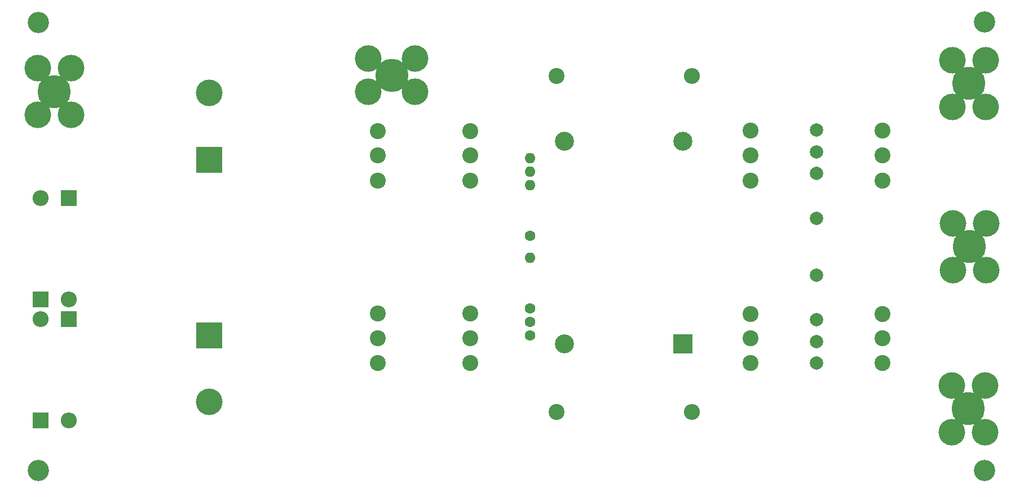
<source format=gbr>
%TF.GenerationSoftware,KiCad,Pcbnew,(6.0.0)*%
%TF.CreationDate,2022-08-03T23:01:30+01:00*%
%TF.ProjectId,EMI-DC BLOCKR FILTER,454d492d-4443-4204-924c-4f434b522046,rev?*%
%TF.SameCoordinates,Original*%
%TF.FileFunction,Soldermask,Top*%
%TF.FilePolarity,Negative*%
%FSLAX46Y46*%
G04 Gerber Fmt 4.6, Leading zero omitted, Abs format (unit mm)*
G04 Created by KiCad (PCBNEW (6.0.0)) date 2022-08-03 23:01:30*
%MOMM*%
%LPD*%
G01*
G04 APERTURE LIST*
%ADD10C,2.400000*%
%ADD11R,2.400000X2.400000*%
%ADD12O,2.400000X2.400000*%
%ADD13C,3.200000*%
%ADD14C,5.000000*%
%ADD15C,4.000000*%
%ADD16C,2.000000*%
%ADD17O,1.600000X1.600000*%
%ADD18R,4.000000X4.000000*%
%ADD19C,1.600000*%
%ADD20C,2.857500*%
%ADD21R,2.857500X2.857500*%
G04 APERTURE END LIST*
D10*
%TO.C,*%
X186639200Y-108051600D03*
%TD*%
%TO.C,*%
X130606800Y-80518000D03*
%TD*%
D11*
%TO.C,D4*%
X80037756Y-124026917D03*
D12*
X80037756Y-108786917D03*
%TD*%
D13*
%TO.C,REF\u002A\u002A*%
X79639507Y-64211200D03*
%TD*%
D10*
%TO.C,*%
X186588400Y-88036400D03*
%TD*%
D14*
%TO.C,J2*%
X219475349Y-97915616D03*
D15*
X222015349Y-94415616D03*
X217011549Y-101426016D03*
X222015349Y-101426016D03*
X217011549Y-94415616D03*
%TD*%
D11*
%TO.C,D3*%
X84203356Y-108786917D03*
D12*
X84203356Y-124026917D03*
%TD*%
D16*
%TO.C,*%
X196545200Y-80365600D03*
%TD*%
D17*
%TO.C,*%
X153466800Y-84582000D03*
%TD*%
D11*
%TO.C,D1*%
X84203356Y-90600517D03*
D12*
X84203356Y-105840517D03*
%TD*%
D18*
%TO.C,C1*%
X105363357Y-84827400D03*
D15*
X105363357Y-74827400D03*
%TD*%
D10*
%TO.C,*%
X186639200Y-80467200D03*
%TD*%
D11*
%TO.C,D2*%
X80037756Y-105840517D03*
D12*
X80037756Y-90600517D03*
%TD*%
D10*
%TO.C,*%
X144513993Y-80518000D03*
%TD*%
%TO.C,C4*%
X144526000Y-111709200D03*
X144526000Y-84209200D03*
%TD*%
%TO.C,C5*%
X186639200Y-111709200D03*
X186639200Y-84209200D03*
%TD*%
%TO.C,*%
X206400400Y-88036400D03*
%TD*%
D19*
%TO.C,*%
X153466800Y-109270800D03*
%TD*%
D13*
%TO.C,REF\u002A\u002A*%
X221727107Y-64160400D03*
%TD*%
D16*
%TO.C,*%
X196545200Y-115468400D03*
%TD*%
D10*
%TO.C,*%
X206400400Y-108051600D03*
%TD*%
%TO.C,*%
X186639200Y-115417600D03*
%TD*%
D17*
%TO.C,*%
X153466800Y-86614000D03*
%TD*%
D10*
%TO.C,*%
X144526000Y-108000800D03*
%TD*%
%TO.C,R4*%
X157480000Y-72254400D03*
D12*
X177800000Y-72254400D03*
%TD*%
D19*
%TO.C,R1*%
X153466800Y-107230200D03*
D17*
X153466800Y-99610200D03*
%TD*%
D10*
%TO.C,*%
X130606800Y-88036400D03*
%TD*%
D19*
%TO.C,R2*%
X153466800Y-96308200D03*
D17*
X153466800Y-88688200D03*
%TD*%
D10*
%TO.C,*%
X130606800Y-108000800D03*
%TD*%
%TO.C,R3*%
X157480000Y-122800400D03*
D12*
X177800000Y-122800400D03*
%TD*%
D18*
%TO.C,C2*%
X105363357Y-111294200D03*
D15*
X105363357Y-121294200D03*
%TD*%
D10*
%TO.C,*%
X144526000Y-115468400D03*
%TD*%
D13*
%TO.C,REF\u002A\u002A*%
X221777907Y-131622800D03*
%TD*%
D16*
%TO.C,*%
X196545200Y-86918800D03*
%TD*%
%TO.C,*%
X196545200Y-108915200D03*
%TD*%
D15*
%TO.C,J4*%
X216824907Y-125817135D03*
X221828707Y-118806735D03*
X221828707Y-125817135D03*
X216824907Y-118806735D03*
D14*
X219288707Y-122306735D03*
%TD*%
D10*
%TO.C,C3*%
X130606800Y-111709200D03*
X130606800Y-84209200D03*
%TD*%
D16*
%TO.C,C8*%
X196545200Y-93709200D03*
X196545200Y-83709200D03*
%TD*%
D10*
%TO.C,C6*%
X206400400Y-111709200D03*
X206400400Y-84209200D03*
%TD*%
D13*
%TO.C,REF\u002A\u002A*%
X79690307Y-131622800D03*
%TD*%
D19*
%TO.C,*%
X153466800Y-111302800D03*
%TD*%
D15*
%TO.C,J6*%
X216894757Y-76876903D03*
X221898557Y-76876903D03*
X216894757Y-69866503D03*
X221898557Y-69866503D03*
D14*
X219358557Y-73366503D03*
%TD*%
D10*
%TO.C,*%
X130606800Y-115468400D03*
%TD*%
D15*
%TO.C,J1*%
X84578006Y-78103717D03*
X84578006Y-71093317D03*
X79574206Y-78103717D03*
D14*
X82038006Y-74593317D03*
D15*
X79574206Y-71093317D03*
%TD*%
D10*
%TO.C,*%
X206400400Y-115417600D03*
%TD*%
%TO.C,*%
X144513993Y-88036400D03*
%TD*%
D16*
%TO.C,C7*%
X196545200Y-112209200D03*
X196545200Y-102209200D03*
%TD*%
D10*
%TO.C,*%
X206451200Y-80467200D03*
%TD*%
D15*
%TO.C,J3*%
X136230707Y-69593750D03*
X129220307Y-74597550D03*
X136230707Y-74597550D03*
X129220307Y-69593750D03*
D14*
X132720307Y-72133750D03*
%TD*%
D20*
%TO.C,FL1*%
X158648400Y-112525897D03*
D21*
X176428400Y-112525897D03*
D20*
X158648400Y-82045897D03*
X176428400Y-82045897D03*
%TD*%
M02*

</source>
